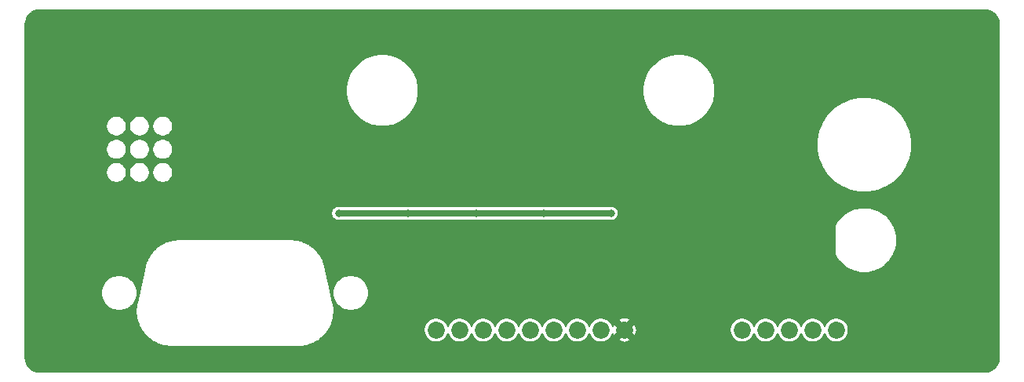
<source format=gtl>
G04 #@! TF.GenerationSoftware,KiCad,Pcbnew,5.1.5-52549c5~84~ubuntu18.04.1*
G04 #@! TF.CreationDate,2020-03-18T22:18:37-07:00*
G04 #@! TF.ProjectId,endcap,656e6463-6170-42e6-9b69-6361645f7063,2.1*
G04 #@! TF.SameCoordinates,PX2faf080PY2faf080*
G04 #@! TF.FileFunction,Copper,L1,Top*
G04 #@! TF.FilePolarity,Positive*
%FSLAX46Y46*%
G04 Gerber Fmt 4.6, Leading zero omitted, Abs format (unit mm)*
G04 Created by KiCad (PCBNEW 5.1.5-52549c5~84~ubuntu18.04.1) date 2020-03-18 22:18:37*
%MOMM*%
%LPD*%
G04 APERTURE LIST*
%ADD10C,1.850000*%
%ADD11C,4.900000*%
%ADD12C,0.800000*%
%ADD13C,0.700000*%
%ADD14C,0.200000*%
G04 APERTURE END LIST*
D10*
X44800000Y-35000000D03*
X47340000Y-35000000D03*
X49880000Y-35000000D03*
X52420000Y-35000000D03*
X54960000Y-35000000D03*
X57500000Y-35000000D03*
X60040000Y-35000000D03*
X62580000Y-35000000D03*
X65120000Y-35000000D03*
D11*
X4000000Y-4000000D03*
X102000000Y-4000000D03*
X102000000Y-36000000D03*
X4000000Y-36000000D03*
D10*
X77820000Y-35000000D03*
X80360000Y-35000000D03*
X82900000Y-35000000D03*
X85440000Y-35000000D03*
X87980000Y-35000000D03*
D12*
X42400000Y-17500000D03*
X49700000Y-19200000D03*
X57000000Y-19200000D03*
X64300000Y-19200000D03*
X71600000Y-19200000D03*
X33200000Y-13300000D03*
X23900000Y-10900000D03*
X23900000Y-20100000D03*
X82800000Y-19300000D03*
X65700000Y-11600000D03*
X58800000Y-9000000D03*
X61300000Y-9000000D03*
X73000000Y-30800000D03*
X40300000Y-35100000D03*
X49100000Y-22400000D03*
X56400000Y-22400000D03*
X63700000Y-22400000D03*
X41800000Y-22400000D03*
X34300000Y-22400000D03*
D13*
X49100000Y-22400000D02*
X41800000Y-22400000D01*
X41800000Y-22400000D02*
X34900000Y-22400000D01*
X34300000Y-22400000D02*
X34900000Y-22400000D01*
X49100000Y-22400000D02*
X56400000Y-22400000D01*
X56400000Y-22400000D02*
X63700000Y-22400000D01*
D14*
G36*
X104295764Y-506278D02*
G01*
X104580263Y-592173D01*
X104842665Y-731695D01*
X105072961Y-919521D01*
X105262394Y-1148505D01*
X105403741Y-1409921D01*
X105491620Y-1693812D01*
X105525000Y-2011398D01*
X105525001Y-37976758D01*
X105493722Y-38295765D01*
X105407826Y-38580265D01*
X105268307Y-38842661D01*
X105080479Y-39072962D01*
X104851495Y-39262394D01*
X104590079Y-39403741D01*
X104306188Y-39491620D01*
X103988602Y-39525000D01*
X2023232Y-39525000D01*
X1704235Y-39493722D01*
X1419735Y-39407826D01*
X1157339Y-39268307D01*
X927038Y-39080479D01*
X737606Y-38851495D01*
X596259Y-38590079D01*
X508380Y-38306188D01*
X475000Y-37988602D01*
X475000Y-32962602D01*
X12416934Y-32962602D01*
X12417219Y-33003420D01*
X12416934Y-33044171D01*
X12417547Y-33050425D01*
X12485888Y-33700649D01*
X12494098Y-33740646D01*
X12501732Y-33780664D01*
X12503545Y-33786669D01*
X12503547Y-33786679D01*
X12503551Y-33786688D01*
X12696883Y-34411245D01*
X12712690Y-34448848D01*
X12727967Y-34486660D01*
X12730916Y-34492208D01*
X13041882Y-35067327D01*
X13064717Y-35101182D01*
X13087022Y-35135267D01*
X13090993Y-35140137D01*
X13507744Y-35643902D01*
X13536671Y-35672628D01*
X13565221Y-35701782D01*
X13570062Y-35705787D01*
X14076725Y-36119011D01*
X14110704Y-36141587D01*
X14144349Y-36164624D01*
X14149871Y-36167609D01*
X14149875Y-36167612D01*
X14149879Y-36167614D01*
X14727151Y-36474555D01*
X14764859Y-36490098D01*
X14802347Y-36506165D01*
X14808349Y-36508023D01*
X15434251Y-36696994D01*
X15474309Y-36704926D01*
X15514154Y-36713395D01*
X15520401Y-36714052D01*
X15520403Y-36714052D01*
X16170433Y-36777788D01*
X16192895Y-36780000D01*
X30007105Y-36780000D01*
X30011413Y-36779576D01*
X30122237Y-36777448D01*
X30145263Y-36774743D01*
X30168440Y-36774177D01*
X30174671Y-36773367D01*
X30822427Y-36684636D01*
X30862182Y-36675165D01*
X30901905Y-36666286D01*
X30907850Y-36664285D01*
X30907860Y-36664283D01*
X30907869Y-36664279D01*
X31526046Y-36451425D01*
X31563149Y-36434438D01*
X31600448Y-36417987D01*
X31605900Y-36414865D01*
X32170967Y-36085988D01*
X32204076Y-36062109D01*
X32237456Y-36038736D01*
X32242198Y-36034614D01*
X32732625Y-35602245D01*
X32760454Y-35572402D01*
X32788670Y-35542979D01*
X32792522Y-35538014D01*
X33189628Y-35018621D01*
X33211137Y-34983930D01*
X33233094Y-34949598D01*
X33235907Y-34943980D01*
X33272556Y-34869499D01*
X43475000Y-34869499D01*
X43475000Y-35130501D01*
X43525919Y-35386488D01*
X43625800Y-35627623D01*
X43770805Y-35844638D01*
X43955362Y-36029195D01*
X44172377Y-36174200D01*
X44413512Y-36274081D01*
X44669499Y-36325000D01*
X44930501Y-36325000D01*
X45186488Y-36274081D01*
X45427623Y-36174200D01*
X45644638Y-36029195D01*
X45829195Y-35844638D01*
X45974200Y-35627623D01*
X46070000Y-35396340D01*
X46165800Y-35627623D01*
X46310805Y-35844638D01*
X46495362Y-36029195D01*
X46712377Y-36174200D01*
X46953512Y-36274081D01*
X47209499Y-36325000D01*
X47470501Y-36325000D01*
X47726488Y-36274081D01*
X47967623Y-36174200D01*
X48184638Y-36029195D01*
X48369195Y-35844638D01*
X48514200Y-35627623D01*
X48610000Y-35396340D01*
X48705800Y-35627623D01*
X48850805Y-35844638D01*
X49035362Y-36029195D01*
X49252377Y-36174200D01*
X49493512Y-36274081D01*
X49749499Y-36325000D01*
X50010501Y-36325000D01*
X50266488Y-36274081D01*
X50507623Y-36174200D01*
X50724638Y-36029195D01*
X50909195Y-35844638D01*
X51054200Y-35627623D01*
X51150000Y-35396340D01*
X51245800Y-35627623D01*
X51390805Y-35844638D01*
X51575362Y-36029195D01*
X51792377Y-36174200D01*
X52033512Y-36274081D01*
X52289499Y-36325000D01*
X52550501Y-36325000D01*
X52806488Y-36274081D01*
X53047623Y-36174200D01*
X53264638Y-36029195D01*
X53449195Y-35844638D01*
X53594200Y-35627623D01*
X53690000Y-35396340D01*
X53785800Y-35627623D01*
X53930805Y-35844638D01*
X54115362Y-36029195D01*
X54332377Y-36174200D01*
X54573512Y-36274081D01*
X54829499Y-36325000D01*
X55090501Y-36325000D01*
X55346488Y-36274081D01*
X55587623Y-36174200D01*
X55804638Y-36029195D01*
X55989195Y-35844638D01*
X56134200Y-35627623D01*
X56230000Y-35396340D01*
X56325800Y-35627623D01*
X56470805Y-35844638D01*
X56655362Y-36029195D01*
X56872377Y-36174200D01*
X57113512Y-36274081D01*
X57369499Y-36325000D01*
X57630501Y-36325000D01*
X57886488Y-36274081D01*
X58127623Y-36174200D01*
X58344638Y-36029195D01*
X58529195Y-35844638D01*
X58674200Y-35627623D01*
X58770000Y-35396340D01*
X58865800Y-35627623D01*
X59010805Y-35844638D01*
X59195362Y-36029195D01*
X59412377Y-36174200D01*
X59653512Y-36274081D01*
X59909499Y-36325000D01*
X60170501Y-36325000D01*
X60426488Y-36274081D01*
X60667623Y-36174200D01*
X60884638Y-36029195D01*
X61069195Y-35844638D01*
X61214200Y-35627623D01*
X61310000Y-35396340D01*
X61405800Y-35627623D01*
X61550805Y-35844638D01*
X61735362Y-36029195D01*
X61952377Y-36174200D01*
X62193512Y-36274081D01*
X62449499Y-36325000D01*
X62710501Y-36325000D01*
X62966488Y-36274081D01*
X63207623Y-36174200D01*
X63383569Y-36056636D01*
X64487628Y-36056636D01*
X64600247Y-36225770D01*
X64849370Y-36303616D01*
X65108893Y-36331365D01*
X65368842Y-36307950D01*
X65619229Y-36234271D01*
X65639753Y-36225770D01*
X65752372Y-36056636D01*
X65120000Y-35424264D01*
X64487628Y-36056636D01*
X63383569Y-36056636D01*
X63424638Y-36029195D01*
X63609195Y-35844638D01*
X63754200Y-35627623D01*
X63853188Y-35388644D01*
X63885729Y-35499229D01*
X63894230Y-35519753D01*
X64063364Y-35632372D01*
X64695736Y-35000000D01*
X65544264Y-35000000D01*
X66176636Y-35632372D01*
X66345770Y-35519753D01*
X66423616Y-35270630D01*
X66451365Y-35011107D01*
X66438610Y-34869499D01*
X76495000Y-34869499D01*
X76495000Y-35130501D01*
X76545919Y-35386488D01*
X76645800Y-35627623D01*
X76790805Y-35844638D01*
X76975362Y-36029195D01*
X77192377Y-36174200D01*
X77433512Y-36274081D01*
X77689499Y-36325000D01*
X77950501Y-36325000D01*
X78206488Y-36274081D01*
X78447623Y-36174200D01*
X78664638Y-36029195D01*
X78849195Y-35844638D01*
X78994200Y-35627623D01*
X79090000Y-35396340D01*
X79185800Y-35627623D01*
X79330805Y-35844638D01*
X79515362Y-36029195D01*
X79732377Y-36174200D01*
X79973512Y-36274081D01*
X80229499Y-36325000D01*
X80490501Y-36325000D01*
X80746488Y-36274081D01*
X80987623Y-36174200D01*
X81204638Y-36029195D01*
X81389195Y-35844638D01*
X81534200Y-35627623D01*
X81630000Y-35396340D01*
X81725800Y-35627623D01*
X81870805Y-35844638D01*
X82055362Y-36029195D01*
X82272377Y-36174200D01*
X82513512Y-36274081D01*
X82769499Y-36325000D01*
X83030501Y-36325000D01*
X83286488Y-36274081D01*
X83527623Y-36174200D01*
X83744638Y-36029195D01*
X83929195Y-35844638D01*
X84074200Y-35627623D01*
X84170000Y-35396340D01*
X84265800Y-35627623D01*
X84410805Y-35844638D01*
X84595362Y-36029195D01*
X84812377Y-36174200D01*
X85053512Y-36274081D01*
X85309499Y-36325000D01*
X85570501Y-36325000D01*
X85826488Y-36274081D01*
X86067623Y-36174200D01*
X86284638Y-36029195D01*
X86469195Y-35844638D01*
X86614200Y-35627623D01*
X86710000Y-35396340D01*
X86805800Y-35627623D01*
X86950805Y-35844638D01*
X87135362Y-36029195D01*
X87352377Y-36174200D01*
X87593512Y-36274081D01*
X87849499Y-36325000D01*
X88110501Y-36325000D01*
X88366488Y-36274081D01*
X88607623Y-36174200D01*
X88824638Y-36029195D01*
X89009195Y-35844638D01*
X89154200Y-35627623D01*
X89254081Y-35386488D01*
X89305000Y-35130501D01*
X89305000Y-34869499D01*
X89254081Y-34613512D01*
X89154200Y-34372377D01*
X89009195Y-34155362D01*
X88824638Y-33970805D01*
X88607623Y-33825800D01*
X88366488Y-33725919D01*
X88110501Y-33675000D01*
X87849499Y-33675000D01*
X87593512Y-33725919D01*
X87352377Y-33825800D01*
X87135362Y-33970805D01*
X86950805Y-34155362D01*
X86805800Y-34372377D01*
X86710000Y-34603660D01*
X86614200Y-34372377D01*
X86469195Y-34155362D01*
X86284638Y-33970805D01*
X86067623Y-33825800D01*
X85826488Y-33725919D01*
X85570501Y-33675000D01*
X85309499Y-33675000D01*
X85053512Y-33725919D01*
X84812377Y-33825800D01*
X84595362Y-33970805D01*
X84410805Y-34155362D01*
X84265800Y-34372377D01*
X84170000Y-34603660D01*
X84074200Y-34372377D01*
X83929195Y-34155362D01*
X83744638Y-33970805D01*
X83527623Y-33825800D01*
X83286488Y-33725919D01*
X83030501Y-33675000D01*
X82769499Y-33675000D01*
X82513512Y-33725919D01*
X82272377Y-33825800D01*
X82055362Y-33970805D01*
X81870805Y-34155362D01*
X81725800Y-34372377D01*
X81630000Y-34603660D01*
X81534200Y-34372377D01*
X81389195Y-34155362D01*
X81204638Y-33970805D01*
X80987623Y-33825800D01*
X80746488Y-33725919D01*
X80490501Y-33675000D01*
X80229499Y-33675000D01*
X79973512Y-33725919D01*
X79732377Y-33825800D01*
X79515362Y-33970805D01*
X79330805Y-34155362D01*
X79185800Y-34372377D01*
X79090000Y-34603660D01*
X78994200Y-34372377D01*
X78849195Y-34155362D01*
X78664638Y-33970805D01*
X78447623Y-33825800D01*
X78206488Y-33725919D01*
X77950501Y-33675000D01*
X77689499Y-33675000D01*
X77433512Y-33725919D01*
X77192377Y-33825800D01*
X76975362Y-33970805D01*
X76790805Y-34155362D01*
X76645800Y-34372377D01*
X76545919Y-34613512D01*
X76495000Y-34869499D01*
X66438610Y-34869499D01*
X66427950Y-34751158D01*
X66354271Y-34500771D01*
X66345770Y-34480247D01*
X66176636Y-34367628D01*
X65544264Y-35000000D01*
X64695736Y-35000000D01*
X64063364Y-34367628D01*
X63894230Y-34480247D01*
X63853230Y-34611457D01*
X63754200Y-34372377D01*
X63609195Y-34155362D01*
X63424638Y-33970805D01*
X63383570Y-33943364D01*
X64487628Y-33943364D01*
X65120000Y-34575736D01*
X65752372Y-33943364D01*
X65639753Y-33774230D01*
X65390630Y-33696384D01*
X65131107Y-33668635D01*
X64871158Y-33692050D01*
X64620771Y-33765729D01*
X64600247Y-33774230D01*
X64487628Y-33943364D01*
X63383570Y-33943364D01*
X63207623Y-33825800D01*
X62966488Y-33725919D01*
X62710501Y-33675000D01*
X62449499Y-33675000D01*
X62193512Y-33725919D01*
X61952377Y-33825800D01*
X61735362Y-33970805D01*
X61550805Y-34155362D01*
X61405800Y-34372377D01*
X61310000Y-34603660D01*
X61214200Y-34372377D01*
X61069195Y-34155362D01*
X60884638Y-33970805D01*
X60667623Y-33825800D01*
X60426488Y-33725919D01*
X60170501Y-33675000D01*
X59909499Y-33675000D01*
X59653512Y-33725919D01*
X59412377Y-33825800D01*
X59195362Y-33970805D01*
X59010805Y-34155362D01*
X58865800Y-34372377D01*
X58770000Y-34603660D01*
X58674200Y-34372377D01*
X58529195Y-34155362D01*
X58344638Y-33970805D01*
X58127623Y-33825800D01*
X57886488Y-33725919D01*
X57630501Y-33675000D01*
X57369499Y-33675000D01*
X57113512Y-33725919D01*
X56872377Y-33825800D01*
X56655362Y-33970805D01*
X56470805Y-34155362D01*
X56325800Y-34372377D01*
X56230000Y-34603660D01*
X56134200Y-34372377D01*
X55989195Y-34155362D01*
X55804638Y-33970805D01*
X55587623Y-33825800D01*
X55346488Y-33725919D01*
X55090501Y-33675000D01*
X54829499Y-33675000D01*
X54573512Y-33725919D01*
X54332377Y-33825800D01*
X54115362Y-33970805D01*
X53930805Y-34155362D01*
X53785800Y-34372377D01*
X53690000Y-34603660D01*
X53594200Y-34372377D01*
X53449195Y-34155362D01*
X53264638Y-33970805D01*
X53047623Y-33825800D01*
X52806488Y-33725919D01*
X52550501Y-33675000D01*
X52289499Y-33675000D01*
X52033512Y-33725919D01*
X51792377Y-33825800D01*
X51575362Y-33970805D01*
X51390805Y-34155362D01*
X51245800Y-34372377D01*
X51150000Y-34603660D01*
X51054200Y-34372377D01*
X50909195Y-34155362D01*
X50724638Y-33970805D01*
X50507623Y-33825800D01*
X50266488Y-33725919D01*
X50010501Y-33675000D01*
X49749499Y-33675000D01*
X49493512Y-33725919D01*
X49252377Y-33825800D01*
X49035362Y-33970805D01*
X48850805Y-34155362D01*
X48705800Y-34372377D01*
X48610000Y-34603660D01*
X48514200Y-34372377D01*
X48369195Y-34155362D01*
X48184638Y-33970805D01*
X47967623Y-33825800D01*
X47726488Y-33725919D01*
X47470501Y-33675000D01*
X47209499Y-33675000D01*
X46953512Y-33725919D01*
X46712377Y-33825800D01*
X46495362Y-33970805D01*
X46310805Y-34155362D01*
X46165800Y-34372377D01*
X46070000Y-34603660D01*
X45974200Y-34372377D01*
X45829195Y-34155362D01*
X45644638Y-33970805D01*
X45427623Y-33825800D01*
X45186488Y-33725919D01*
X44930501Y-33675000D01*
X44669499Y-33675000D01*
X44413512Y-33725919D01*
X44172377Y-33825800D01*
X43955362Y-33970805D01*
X43770805Y-34155362D01*
X43625800Y-34372377D01*
X43525919Y-34613512D01*
X43475000Y-34869499D01*
X33272556Y-34869499D01*
X33524566Y-34357348D01*
X33538914Y-34319176D01*
X33553798Y-34281196D01*
X33555467Y-34275138D01*
X33724684Y-33643610D01*
X33731353Y-33603327D01*
X33738567Y-33563231D01*
X33739028Y-33556965D01*
X33782358Y-32904597D01*
X33781076Y-32863814D01*
X33780365Y-32823052D01*
X33779599Y-32816816D01*
X33695392Y-32168456D01*
X33675636Y-32082883D01*
X33664052Y-32057106D01*
X33391142Y-30810404D01*
X33675000Y-30810404D01*
X33675000Y-31189596D01*
X33748977Y-31561502D01*
X33894087Y-31911829D01*
X34104755Y-32227116D01*
X34372884Y-32495245D01*
X34688171Y-32705913D01*
X35038498Y-32851023D01*
X35410404Y-32925000D01*
X35789596Y-32925000D01*
X36161502Y-32851023D01*
X36511829Y-32705913D01*
X36827116Y-32495245D01*
X37095245Y-32227116D01*
X37305913Y-31911829D01*
X37451023Y-31561502D01*
X37525000Y-31189596D01*
X37525000Y-30810404D01*
X37451023Y-30438498D01*
X37305913Y-30088171D01*
X37095245Y-29772884D01*
X36827116Y-29504755D01*
X36511829Y-29294087D01*
X36161502Y-29148977D01*
X35789596Y-29075000D01*
X35410404Y-29075000D01*
X35038498Y-29148977D01*
X34688171Y-29294087D01*
X34372884Y-29504755D01*
X34104755Y-29772884D01*
X33894087Y-30088171D01*
X33748977Y-30438498D01*
X33675000Y-30810404D01*
X33391142Y-30810404D01*
X32804863Y-28132178D01*
X32784366Y-28068990D01*
X32783985Y-28068309D01*
X32618857Y-27565177D01*
X32603519Y-27530350D01*
X32589101Y-27495143D01*
X32586126Y-27489609D01*
X32272026Y-26915178D01*
X32249047Y-26881454D01*
X32226567Y-26847451D01*
X32222573Y-26842600D01*
X32176584Y-26787539D01*
X87843644Y-26787539D01*
X87852028Y-26874963D01*
X87877234Y-26959093D01*
X87879058Y-26962542D01*
X87882243Y-26973040D01*
X87924029Y-27051215D01*
X87948187Y-27080652D01*
X88253288Y-27528282D01*
X88279118Y-27559198D01*
X88304416Y-27590500D01*
X88308855Y-27594947D01*
X88737665Y-28018618D01*
X88769353Y-28044329D01*
X88800647Y-28070453D01*
X88805865Y-28073954D01*
X89308800Y-28406266D01*
X89344894Y-28425340D01*
X89380650Y-28444879D01*
X89386449Y-28447300D01*
X89944352Y-28675596D01*
X89983443Y-28687290D01*
X90022335Y-28699519D01*
X90028490Y-28700766D01*
X90028492Y-28700767D01*
X90028494Y-28700767D01*
X90620114Y-28816352D01*
X90660767Y-28820234D01*
X90701258Y-28824672D01*
X90707540Y-28824701D01*
X90707541Y-28824701D01*
X91310345Y-28823171D01*
X91350997Y-28819081D01*
X91391560Y-28815571D01*
X91397728Y-28814379D01*
X91988755Y-28695793D01*
X92027802Y-28683896D01*
X92066947Y-28672564D01*
X92072760Y-28670198D01*
X92072766Y-28670196D01*
X92072771Y-28670193D01*
X92629504Y-28439070D01*
X92665493Y-28419817D01*
X92701695Y-28401096D01*
X92706940Y-28397644D01*
X92706943Y-28397643D01*
X92706945Y-28397641D01*
X93208185Y-28062782D01*
X93239744Y-28036909D01*
X93271626Y-28011508D01*
X93276104Y-28007101D01*
X93702758Y-27581259D01*
X93728710Y-27549725D01*
X93755030Y-27518641D01*
X93758563Y-27513453D01*
X93758567Y-27513448D01*
X93758570Y-27513443D01*
X94094383Y-27012844D01*
X94113707Y-26976888D01*
X94133498Y-26941265D01*
X94135959Y-26935484D01*
X94368144Y-26379188D01*
X94380108Y-26340191D01*
X94392611Y-26301374D01*
X94393902Y-26295225D01*
X94513614Y-25704425D01*
X94517776Y-25663839D01*
X94522501Y-25623342D01*
X94522573Y-25617059D01*
X94525252Y-25014259D01*
X94521449Y-24973618D01*
X94518220Y-24932993D01*
X94517070Y-24926816D01*
X94402613Y-24334976D01*
X94390982Y-24295825D01*
X94379930Y-24256624D01*
X94377603Y-24250788D01*
X94150370Y-23692450D01*
X94131369Y-23656328D01*
X94112900Y-23619995D01*
X94109483Y-23614722D01*
X93778129Y-23111155D01*
X93752496Y-23079439D01*
X93727301Y-23047359D01*
X93722925Y-23042850D01*
X93300072Y-22613234D01*
X93268744Y-22587082D01*
X93237820Y-22560525D01*
X93232657Y-22556956D01*
X93232652Y-22556952D01*
X93232647Y-22556949D01*
X92734405Y-22217650D01*
X92698596Y-22198082D01*
X92663101Y-22178037D01*
X92657337Y-22175536D01*
X92102676Y-21939472D01*
X92063776Y-21927241D01*
X92025035Y-21914462D01*
X92018898Y-21913130D01*
X92018896Y-21913129D01*
X92018894Y-21913129D01*
X91428945Y-21789295D01*
X91388401Y-21784851D01*
X91347924Y-21779842D01*
X91341644Y-21779726D01*
X91341642Y-21779726D01*
X90738875Y-21772840D01*
X90698165Y-21776363D01*
X90657563Y-21779305D01*
X90651378Y-21780411D01*
X90058754Y-21890733D01*
X90019563Y-21902079D01*
X89980245Y-21912868D01*
X89974393Y-21915155D01*
X89414483Y-22138484D01*
X89378205Y-22157245D01*
X89341769Y-22175447D01*
X89336476Y-22178824D01*
X89336473Y-22178826D01*
X89336472Y-22178827D01*
X88830604Y-22506657D01*
X88798685Y-22532088D01*
X88766454Y-22557039D01*
X88761915Y-22561383D01*
X88329356Y-22981227D01*
X88302984Y-23012374D01*
X88276214Y-23043110D01*
X88272605Y-23048253D01*
X87940379Y-23528863D01*
X87924030Y-23548784D01*
X87882244Y-23626959D01*
X87856512Y-23711785D01*
X87850001Y-23777895D01*
X87850000Y-26724104D01*
X87843644Y-26787539D01*
X32176584Y-26787539D01*
X31802882Y-26340119D01*
X31773780Y-26311490D01*
X31745134Y-26282512D01*
X31740274Y-26278529D01*
X31230977Y-25867135D01*
X31196878Y-25844711D01*
X31163138Y-25821841D01*
X31157602Y-25818882D01*
X31157598Y-25818879D01*
X31157594Y-25818877D01*
X30578093Y-25514244D01*
X30540292Y-25498871D01*
X30502749Y-25482989D01*
X30496742Y-25481160D01*
X30496736Y-25481158D01*
X29869100Y-25294885D01*
X29829017Y-25287145D01*
X29789120Y-25278860D01*
X29782869Y-25278233D01*
X29131003Y-25217415D01*
X29043180Y-25217828D01*
X29032475Y-25220000D01*
X17172052Y-25220000D01*
X17168522Y-25219187D01*
X17080740Y-25216474D01*
X17074474Y-25216938D01*
X16503270Y-25263199D01*
X16465805Y-25269960D01*
X16428217Y-25275732D01*
X16422141Y-25277329D01*
X15790138Y-25448213D01*
X15751951Y-25462666D01*
X15713651Y-25476553D01*
X15708000Y-25479300D01*
X15121226Y-25769686D01*
X15086596Y-25791267D01*
X15051699Y-25812343D01*
X15046689Y-25816135D01*
X14527494Y-26214962D01*
X14497721Y-26242853D01*
X14467577Y-26270310D01*
X14463399Y-26275004D01*
X14031556Y-26767082D01*
X14007757Y-26800238D01*
X13983530Y-26833015D01*
X13980347Y-26838424D01*
X13980344Y-26838429D01*
X13980344Y-26838430D01*
X13652305Y-27405014D01*
X13635402Y-27442156D01*
X13618001Y-27479019D01*
X13615927Y-27484950D01*
X13417370Y-28065885D01*
X13415633Y-28068990D01*
X13395136Y-28132178D01*
X12537523Y-32049916D01*
X12511869Y-32127485D01*
X12510530Y-32133624D01*
X12484008Y-32259483D01*
X12481464Y-32282531D01*
X12476803Y-32305235D01*
X12476190Y-32311488D01*
X12416934Y-32962602D01*
X475000Y-32962602D01*
X475000Y-30810404D01*
X8675000Y-30810404D01*
X8675000Y-31189596D01*
X8748977Y-31561502D01*
X8894087Y-31911829D01*
X9104755Y-32227116D01*
X9372884Y-32495245D01*
X9688171Y-32705913D01*
X10038498Y-32851023D01*
X10410404Y-32925000D01*
X10789596Y-32925000D01*
X11161502Y-32851023D01*
X11511829Y-32705913D01*
X11827116Y-32495245D01*
X12095245Y-32227116D01*
X12305913Y-31911829D01*
X12451023Y-31561502D01*
X12525000Y-31189596D01*
X12525000Y-30810404D01*
X12451023Y-30438498D01*
X12305913Y-30088171D01*
X12095245Y-29772884D01*
X11827116Y-29504755D01*
X11511829Y-29294087D01*
X11161502Y-29148977D01*
X10789596Y-29075000D01*
X10410404Y-29075000D01*
X10038498Y-29148977D01*
X9688171Y-29294087D01*
X9372884Y-29504755D01*
X9104755Y-29772884D01*
X8894087Y-30088171D01*
X8748977Y-30438498D01*
X8675000Y-30810404D01*
X475000Y-30810404D01*
X475000Y-22321207D01*
X33500000Y-22321207D01*
X33500000Y-22478793D01*
X33530743Y-22633351D01*
X33591049Y-22778942D01*
X33678599Y-22909970D01*
X33790030Y-23021401D01*
X33921058Y-23108951D01*
X34066649Y-23169257D01*
X34221207Y-23200000D01*
X34378793Y-23200000D01*
X34533351Y-23169257D01*
X34579841Y-23150000D01*
X41520159Y-23150000D01*
X41566649Y-23169257D01*
X41721207Y-23200000D01*
X41878793Y-23200000D01*
X42033351Y-23169257D01*
X42079841Y-23150000D01*
X48820159Y-23150000D01*
X48866649Y-23169257D01*
X49021207Y-23200000D01*
X49178793Y-23200000D01*
X49333351Y-23169257D01*
X49379841Y-23150000D01*
X56120159Y-23150000D01*
X56166649Y-23169257D01*
X56321207Y-23200000D01*
X56478793Y-23200000D01*
X56633351Y-23169257D01*
X56679841Y-23150000D01*
X63420159Y-23150000D01*
X63466649Y-23169257D01*
X63621207Y-23200000D01*
X63778793Y-23200000D01*
X63933351Y-23169257D01*
X64078942Y-23108951D01*
X64209970Y-23021401D01*
X64321401Y-22909970D01*
X64408951Y-22778942D01*
X64469257Y-22633351D01*
X64500000Y-22478793D01*
X64500000Y-22321207D01*
X64469257Y-22166649D01*
X64408951Y-22021058D01*
X64321401Y-21890030D01*
X64209970Y-21778599D01*
X64078942Y-21691049D01*
X63933351Y-21630743D01*
X63778793Y-21600000D01*
X63621207Y-21600000D01*
X63466649Y-21630743D01*
X63420159Y-21650000D01*
X56679841Y-21650000D01*
X56633351Y-21630743D01*
X56478793Y-21600000D01*
X56321207Y-21600000D01*
X56166649Y-21630743D01*
X56120159Y-21650000D01*
X49379841Y-21650000D01*
X49333351Y-21630743D01*
X49178793Y-21600000D01*
X49021207Y-21600000D01*
X48866649Y-21630743D01*
X48820159Y-21650000D01*
X42079841Y-21650000D01*
X42033351Y-21630743D01*
X41878793Y-21600000D01*
X41721207Y-21600000D01*
X41566649Y-21630743D01*
X41520159Y-21650000D01*
X34579841Y-21650000D01*
X34533351Y-21630743D01*
X34378793Y-21600000D01*
X34221207Y-21600000D01*
X34066649Y-21630743D01*
X33921058Y-21691049D01*
X33790030Y-21778599D01*
X33678599Y-21890030D01*
X33591049Y-22021058D01*
X33530743Y-22166649D01*
X33500000Y-22321207D01*
X475000Y-22321207D01*
X475000Y-17891659D01*
X9200000Y-17891659D01*
X9200000Y-18108341D01*
X9242273Y-18320858D01*
X9325193Y-18521045D01*
X9445575Y-18701209D01*
X9598791Y-18854425D01*
X9778955Y-18974807D01*
X9979142Y-19057727D01*
X10191659Y-19100000D01*
X10408341Y-19100000D01*
X10620858Y-19057727D01*
X10821045Y-18974807D01*
X11001209Y-18854425D01*
X11154425Y-18701209D01*
X11274807Y-18521045D01*
X11357727Y-18320858D01*
X11400000Y-18108341D01*
X11400000Y-17891659D01*
X11700000Y-17891659D01*
X11700000Y-18108341D01*
X11742273Y-18320858D01*
X11825193Y-18521045D01*
X11945575Y-18701209D01*
X12098791Y-18854425D01*
X12278955Y-18974807D01*
X12479142Y-19057727D01*
X12691659Y-19100000D01*
X12908341Y-19100000D01*
X13120858Y-19057727D01*
X13321045Y-18974807D01*
X13501209Y-18854425D01*
X13654425Y-18701209D01*
X13774807Y-18521045D01*
X13857727Y-18320858D01*
X13900000Y-18108341D01*
X13900000Y-17891659D01*
X14200000Y-17891659D01*
X14200000Y-18108341D01*
X14242273Y-18320858D01*
X14325193Y-18521045D01*
X14445575Y-18701209D01*
X14598791Y-18854425D01*
X14778955Y-18974807D01*
X14979142Y-19057727D01*
X15191659Y-19100000D01*
X15408341Y-19100000D01*
X15620858Y-19057727D01*
X15821045Y-18974807D01*
X16001209Y-18854425D01*
X16154425Y-18701209D01*
X16274807Y-18521045D01*
X16357727Y-18320858D01*
X16400000Y-18108341D01*
X16400000Y-17891659D01*
X16357727Y-17679142D01*
X16274807Y-17478955D01*
X16154425Y-17298791D01*
X16001209Y-17145575D01*
X15821045Y-17025193D01*
X15620858Y-16942273D01*
X15408341Y-16900000D01*
X15191659Y-16900000D01*
X14979142Y-16942273D01*
X14778955Y-17025193D01*
X14598791Y-17145575D01*
X14445575Y-17298791D01*
X14325193Y-17478955D01*
X14242273Y-17679142D01*
X14200000Y-17891659D01*
X13900000Y-17891659D01*
X13857727Y-17679142D01*
X13774807Y-17478955D01*
X13654425Y-17298791D01*
X13501209Y-17145575D01*
X13321045Y-17025193D01*
X13120858Y-16942273D01*
X12908341Y-16900000D01*
X12691659Y-16900000D01*
X12479142Y-16942273D01*
X12278955Y-17025193D01*
X12098791Y-17145575D01*
X11945575Y-17298791D01*
X11825193Y-17478955D01*
X11742273Y-17679142D01*
X11700000Y-17891659D01*
X11400000Y-17891659D01*
X11357727Y-17679142D01*
X11274807Y-17478955D01*
X11154425Y-17298791D01*
X11001209Y-17145575D01*
X10821045Y-17025193D01*
X10620858Y-16942273D01*
X10408341Y-16900000D01*
X10191659Y-16900000D01*
X9979142Y-16942273D01*
X9778955Y-17025193D01*
X9598791Y-17145575D01*
X9445575Y-17298791D01*
X9325193Y-17478955D01*
X9242273Y-17679142D01*
X9200000Y-17891659D01*
X475000Y-17891659D01*
X475000Y-15391659D01*
X9200000Y-15391659D01*
X9200000Y-15608341D01*
X9242273Y-15820858D01*
X9325193Y-16021045D01*
X9445575Y-16201209D01*
X9598791Y-16354425D01*
X9778955Y-16474807D01*
X9979142Y-16557727D01*
X10191659Y-16600000D01*
X10408341Y-16600000D01*
X10620858Y-16557727D01*
X10821045Y-16474807D01*
X11001209Y-16354425D01*
X11154425Y-16201209D01*
X11274807Y-16021045D01*
X11357727Y-15820858D01*
X11400000Y-15608341D01*
X11400000Y-15391659D01*
X11700000Y-15391659D01*
X11700000Y-15608341D01*
X11742273Y-15820858D01*
X11825193Y-16021045D01*
X11945575Y-16201209D01*
X12098791Y-16354425D01*
X12278955Y-16474807D01*
X12479142Y-16557727D01*
X12691659Y-16600000D01*
X12908341Y-16600000D01*
X13120858Y-16557727D01*
X13321045Y-16474807D01*
X13501209Y-16354425D01*
X13654425Y-16201209D01*
X13774807Y-16021045D01*
X13857727Y-15820858D01*
X13900000Y-15608341D01*
X13900000Y-15391659D01*
X14200000Y-15391659D01*
X14200000Y-15608341D01*
X14242273Y-15820858D01*
X14325193Y-16021045D01*
X14445575Y-16201209D01*
X14598791Y-16354425D01*
X14778955Y-16474807D01*
X14979142Y-16557727D01*
X15191659Y-16600000D01*
X15408341Y-16600000D01*
X15620858Y-16557727D01*
X15821045Y-16474807D01*
X16001209Y-16354425D01*
X16154425Y-16201209D01*
X16274807Y-16021045D01*
X16357727Y-15820858D01*
X16400000Y-15608341D01*
X16400000Y-15391659D01*
X16357727Y-15179142D01*
X16274807Y-14978955D01*
X16154425Y-14798791D01*
X16001209Y-14645575D01*
X15821045Y-14525193D01*
X15742767Y-14492769D01*
X85850000Y-14492769D01*
X85850000Y-15507231D01*
X86047911Y-16502200D01*
X86436129Y-17439440D01*
X86999734Y-18282934D01*
X87717066Y-19000266D01*
X88560560Y-19563871D01*
X89497800Y-19952089D01*
X90492769Y-20150000D01*
X91507231Y-20150000D01*
X92502200Y-19952089D01*
X93439440Y-19563871D01*
X94282934Y-19000266D01*
X95000266Y-18282934D01*
X95563871Y-17439440D01*
X95952089Y-16502200D01*
X96150000Y-15507231D01*
X96150000Y-14492769D01*
X95952089Y-13497800D01*
X95563871Y-12560560D01*
X95000266Y-11717066D01*
X94282934Y-10999734D01*
X93439440Y-10436129D01*
X92502200Y-10047911D01*
X91507231Y-9850000D01*
X90492769Y-9850000D01*
X89497800Y-10047911D01*
X88560560Y-10436129D01*
X87717066Y-10999734D01*
X86999734Y-11717066D01*
X86436129Y-12560560D01*
X86047911Y-13497800D01*
X85850000Y-14492769D01*
X15742767Y-14492769D01*
X15620858Y-14442273D01*
X15408341Y-14400000D01*
X15191659Y-14400000D01*
X14979142Y-14442273D01*
X14778955Y-14525193D01*
X14598791Y-14645575D01*
X14445575Y-14798791D01*
X14325193Y-14978955D01*
X14242273Y-15179142D01*
X14200000Y-15391659D01*
X13900000Y-15391659D01*
X13857727Y-15179142D01*
X13774807Y-14978955D01*
X13654425Y-14798791D01*
X13501209Y-14645575D01*
X13321045Y-14525193D01*
X13120858Y-14442273D01*
X12908341Y-14400000D01*
X12691659Y-14400000D01*
X12479142Y-14442273D01*
X12278955Y-14525193D01*
X12098791Y-14645575D01*
X11945575Y-14798791D01*
X11825193Y-14978955D01*
X11742273Y-15179142D01*
X11700000Y-15391659D01*
X11400000Y-15391659D01*
X11357727Y-15179142D01*
X11274807Y-14978955D01*
X11154425Y-14798791D01*
X11001209Y-14645575D01*
X10821045Y-14525193D01*
X10620858Y-14442273D01*
X10408341Y-14400000D01*
X10191659Y-14400000D01*
X9979142Y-14442273D01*
X9778955Y-14525193D01*
X9598791Y-14645575D01*
X9445575Y-14798791D01*
X9325193Y-14978955D01*
X9242273Y-15179142D01*
X9200000Y-15391659D01*
X475000Y-15391659D01*
X475000Y-12891659D01*
X9200000Y-12891659D01*
X9200000Y-13108341D01*
X9242273Y-13320858D01*
X9325193Y-13521045D01*
X9445575Y-13701209D01*
X9598791Y-13854425D01*
X9778955Y-13974807D01*
X9979142Y-14057727D01*
X10191659Y-14100000D01*
X10408341Y-14100000D01*
X10620858Y-14057727D01*
X10821045Y-13974807D01*
X11001209Y-13854425D01*
X11154425Y-13701209D01*
X11274807Y-13521045D01*
X11357727Y-13320858D01*
X11400000Y-13108341D01*
X11400000Y-12891659D01*
X11700000Y-12891659D01*
X11700000Y-13108341D01*
X11742273Y-13320858D01*
X11825193Y-13521045D01*
X11945575Y-13701209D01*
X12098791Y-13854425D01*
X12278955Y-13974807D01*
X12479142Y-14057727D01*
X12691659Y-14100000D01*
X12908341Y-14100000D01*
X13120858Y-14057727D01*
X13321045Y-13974807D01*
X13501209Y-13854425D01*
X13654425Y-13701209D01*
X13774807Y-13521045D01*
X13857727Y-13320858D01*
X13900000Y-13108341D01*
X13900000Y-12891659D01*
X14200000Y-12891659D01*
X14200000Y-13108341D01*
X14242273Y-13320858D01*
X14325193Y-13521045D01*
X14445575Y-13701209D01*
X14598791Y-13854425D01*
X14778955Y-13974807D01*
X14979142Y-14057727D01*
X15191659Y-14100000D01*
X15408341Y-14100000D01*
X15620858Y-14057727D01*
X15821045Y-13974807D01*
X16001209Y-13854425D01*
X16154425Y-13701209D01*
X16274807Y-13521045D01*
X16357727Y-13320858D01*
X16400000Y-13108341D01*
X16400000Y-12891659D01*
X16357727Y-12679142D01*
X16274807Y-12478955D01*
X16154425Y-12298791D01*
X16001209Y-12145575D01*
X15821045Y-12025193D01*
X15620858Y-11942273D01*
X15408341Y-11900000D01*
X15191659Y-11900000D01*
X14979142Y-11942273D01*
X14778955Y-12025193D01*
X14598791Y-12145575D01*
X14445575Y-12298791D01*
X14325193Y-12478955D01*
X14242273Y-12679142D01*
X14200000Y-12891659D01*
X13900000Y-12891659D01*
X13857727Y-12679142D01*
X13774807Y-12478955D01*
X13654425Y-12298791D01*
X13501209Y-12145575D01*
X13321045Y-12025193D01*
X13120858Y-11942273D01*
X12908341Y-11900000D01*
X12691659Y-11900000D01*
X12479142Y-11942273D01*
X12278955Y-12025193D01*
X12098791Y-12145575D01*
X11945575Y-12298791D01*
X11825193Y-12478955D01*
X11742273Y-12679142D01*
X11700000Y-12891659D01*
X11400000Y-12891659D01*
X11357727Y-12679142D01*
X11274807Y-12478955D01*
X11154425Y-12298791D01*
X11001209Y-12145575D01*
X10821045Y-12025193D01*
X10620858Y-11942273D01*
X10408341Y-11900000D01*
X10191659Y-11900000D01*
X9979142Y-11942273D01*
X9778955Y-12025193D01*
X9598791Y-12145575D01*
X9445575Y-12298791D01*
X9325193Y-12478955D01*
X9242273Y-12679142D01*
X9200000Y-12891659D01*
X475000Y-12891659D01*
X475000Y-8750884D01*
X35100000Y-8750884D01*
X35100000Y-9519116D01*
X35249875Y-10272588D01*
X35543865Y-10982343D01*
X35970673Y-11621105D01*
X36513895Y-12164327D01*
X37152657Y-12591135D01*
X37862412Y-12885125D01*
X38615884Y-13035000D01*
X39384116Y-13035000D01*
X40137588Y-12885125D01*
X40847343Y-12591135D01*
X41486105Y-12164327D01*
X42029327Y-11621105D01*
X42456135Y-10982343D01*
X42750125Y-10272588D01*
X42900000Y-9519116D01*
X42900000Y-8750884D01*
X67100000Y-8750884D01*
X67100000Y-9519116D01*
X67249875Y-10272588D01*
X67543865Y-10982343D01*
X67970673Y-11621105D01*
X68513895Y-12164327D01*
X69152657Y-12591135D01*
X69862412Y-12885125D01*
X70615884Y-13035000D01*
X71384116Y-13035000D01*
X72137588Y-12885125D01*
X72847343Y-12591135D01*
X73486105Y-12164327D01*
X74029327Y-11621105D01*
X74456135Y-10982343D01*
X74750125Y-10272588D01*
X74900000Y-9519116D01*
X74900000Y-8750884D01*
X74750125Y-7997412D01*
X74456135Y-7287657D01*
X74029327Y-6648895D01*
X73486105Y-6105673D01*
X72847343Y-5678865D01*
X72137588Y-5384875D01*
X71384116Y-5235000D01*
X70615884Y-5235000D01*
X69862412Y-5384875D01*
X69152657Y-5678865D01*
X68513895Y-6105673D01*
X67970673Y-6648895D01*
X67543865Y-7287657D01*
X67249875Y-7997412D01*
X67100000Y-8750884D01*
X42900000Y-8750884D01*
X42750125Y-7997412D01*
X42456135Y-7287657D01*
X42029327Y-6648895D01*
X41486105Y-6105673D01*
X40847343Y-5678865D01*
X40137588Y-5384875D01*
X39384116Y-5235000D01*
X38615884Y-5235000D01*
X37862412Y-5384875D01*
X37152657Y-5678865D01*
X36513895Y-6105673D01*
X35970673Y-6648895D01*
X35543865Y-7287657D01*
X35249875Y-7997412D01*
X35100000Y-8750884D01*
X475000Y-8750884D01*
X475000Y-2023232D01*
X506278Y-1704236D01*
X592173Y-1419737D01*
X731695Y-1157335D01*
X919521Y-927039D01*
X1148505Y-737606D01*
X1409921Y-596259D01*
X1693812Y-508380D01*
X2011398Y-475000D01*
X103976768Y-475000D01*
X104295764Y-506278D01*
G37*
X104295764Y-506278D02*
X104580263Y-592173D01*
X104842665Y-731695D01*
X105072961Y-919521D01*
X105262394Y-1148505D01*
X105403741Y-1409921D01*
X105491620Y-1693812D01*
X105525000Y-2011398D01*
X105525001Y-37976758D01*
X105493722Y-38295765D01*
X105407826Y-38580265D01*
X105268307Y-38842661D01*
X105080479Y-39072962D01*
X104851495Y-39262394D01*
X104590079Y-39403741D01*
X104306188Y-39491620D01*
X103988602Y-39525000D01*
X2023232Y-39525000D01*
X1704235Y-39493722D01*
X1419735Y-39407826D01*
X1157339Y-39268307D01*
X927038Y-39080479D01*
X737606Y-38851495D01*
X596259Y-38590079D01*
X508380Y-38306188D01*
X475000Y-37988602D01*
X475000Y-32962602D01*
X12416934Y-32962602D01*
X12417219Y-33003420D01*
X12416934Y-33044171D01*
X12417547Y-33050425D01*
X12485888Y-33700649D01*
X12494098Y-33740646D01*
X12501732Y-33780664D01*
X12503545Y-33786669D01*
X12503547Y-33786679D01*
X12503551Y-33786688D01*
X12696883Y-34411245D01*
X12712690Y-34448848D01*
X12727967Y-34486660D01*
X12730916Y-34492208D01*
X13041882Y-35067327D01*
X13064717Y-35101182D01*
X13087022Y-35135267D01*
X13090993Y-35140137D01*
X13507744Y-35643902D01*
X13536671Y-35672628D01*
X13565221Y-35701782D01*
X13570062Y-35705787D01*
X14076725Y-36119011D01*
X14110704Y-36141587D01*
X14144349Y-36164624D01*
X14149871Y-36167609D01*
X14149875Y-36167612D01*
X14149879Y-36167614D01*
X14727151Y-36474555D01*
X14764859Y-36490098D01*
X14802347Y-36506165D01*
X14808349Y-36508023D01*
X15434251Y-36696994D01*
X15474309Y-36704926D01*
X15514154Y-36713395D01*
X15520401Y-36714052D01*
X15520403Y-36714052D01*
X16170433Y-36777788D01*
X16192895Y-36780000D01*
X30007105Y-36780000D01*
X30011413Y-36779576D01*
X30122237Y-36777448D01*
X30145263Y-36774743D01*
X30168440Y-36774177D01*
X30174671Y-36773367D01*
X30822427Y-36684636D01*
X30862182Y-36675165D01*
X30901905Y-36666286D01*
X30907850Y-36664285D01*
X30907860Y-36664283D01*
X30907869Y-36664279D01*
X31526046Y-36451425D01*
X31563149Y-36434438D01*
X31600448Y-36417987D01*
X31605900Y-36414865D01*
X32170967Y-36085988D01*
X32204076Y-36062109D01*
X32237456Y-36038736D01*
X32242198Y-36034614D01*
X32732625Y-35602245D01*
X32760454Y-35572402D01*
X32788670Y-35542979D01*
X32792522Y-35538014D01*
X33189628Y-35018621D01*
X33211137Y-34983930D01*
X33233094Y-34949598D01*
X33235907Y-34943980D01*
X33272556Y-34869499D01*
X43475000Y-34869499D01*
X43475000Y-35130501D01*
X43525919Y-35386488D01*
X43625800Y-35627623D01*
X43770805Y-35844638D01*
X43955362Y-36029195D01*
X44172377Y-36174200D01*
X44413512Y-36274081D01*
X44669499Y-36325000D01*
X44930501Y-36325000D01*
X45186488Y-36274081D01*
X45427623Y-36174200D01*
X45644638Y-36029195D01*
X45829195Y-35844638D01*
X45974200Y-35627623D01*
X46070000Y-35396340D01*
X46165800Y-35627623D01*
X46310805Y-35844638D01*
X46495362Y-36029195D01*
X46712377Y-36174200D01*
X46953512Y-36274081D01*
X47209499Y-36325000D01*
X47470501Y-36325000D01*
X47726488Y-36274081D01*
X47967623Y-36174200D01*
X48184638Y-36029195D01*
X48369195Y-35844638D01*
X48514200Y-35627623D01*
X48610000Y-35396340D01*
X48705800Y-35627623D01*
X48850805Y-35844638D01*
X49035362Y-36029195D01*
X49252377Y-36174200D01*
X49493512Y-36274081D01*
X49749499Y-36325000D01*
X50010501Y-36325000D01*
X50266488Y-36274081D01*
X50507623Y-36174200D01*
X50724638Y-36029195D01*
X50909195Y-35844638D01*
X51054200Y-35627623D01*
X51150000Y-35396340D01*
X51245800Y-35627623D01*
X51390805Y-35844638D01*
X51575362Y-36029195D01*
X51792377Y-36174200D01*
X52033512Y-36274081D01*
X52289499Y-36325000D01*
X52550501Y-36325000D01*
X52806488Y-36274081D01*
X53047623Y-36174200D01*
X53264638Y-36029195D01*
X53449195Y-35844638D01*
X53594200Y-35627623D01*
X53690000Y-35396340D01*
X53785800Y-35627623D01*
X53930805Y-35844638D01*
X54115362Y-36029195D01*
X54332377Y-36174200D01*
X54573512Y-36274081D01*
X54829499Y-36325000D01*
X55090501Y-36325000D01*
X55346488Y-36274081D01*
X55587623Y-36174200D01*
X55804638Y-36029195D01*
X55989195Y-35844638D01*
X56134200Y-35627623D01*
X56230000Y-35396340D01*
X56325800Y-35627623D01*
X56470805Y-35844638D01*
X56655362Y-36029195D01*
X56872377Y-36174200D01*
X57113512Y-36274081D01*
X57369499Y-36325000D01*
X57630501Y-36325000D01*
X57886488Y-36274081D01*
X58127623Y-36174200D01*
X58344638Y-36029195D01*
X58529195Y-35844638D01*
X58674200Y-35627623D01*
X58770000Y-35396340D01*
X58865800Y-35627623D01*
X59010805Y-35844638D01*
X59195362Y-36029195D01*
X59412377Y-36174200D01*
X59653512Y-36274081D01*
X59909499Y-36325000D01*
X60170501Y-36325000D01*
X60426488Y-36274081D01*
X60667623Y-36174200D01*
X60884638Y-36029195D01*
X61069195Y-35844638D01*
X61214200Y-35627623D01*
X61310000Y-35396340D01*
X61405800Y-35627623D01*
X61550805Y-35844638D01*
X61735362Y-36029195D01*
X61952377Y-36174200D01*
X62193512Y-36274081D01*
X62449499Y-36325000D01*
X62710501Y-36325000D01*
X62966488Y-36274081D01*
X63207623Y-36174200D01*
X63383569Y-36056636D01*
X64487628Y-36056636D01*
X64600247Y-36225770D01*
X64849370Y-36303616D01*
X65108893Y-36331365D01*
X65368842Y-36307950D01*
X65619229Y-36234271D01*
X65639753Y-36225770D01*
X65752372Y-36056636D01*
X65120000Y-35424264D01*
X64487628Y-36056636D01*
X63383569Y-36056636D01*
X63424638Y-36029195D01*
X63609195Y-35844638D01*
X63754200Y-35627623D01*
X63853188Y-35388644D01*
X63885729Y-35499229D01*
X63894230Y-35519753D01*
X64063364Y-35632372D01*
X64695736Y-35000000D01*
X65544264Y-35000000D01*
X66176636Y-35632372D01*
X66345770Y-35519753D01*
X66423616Y-35270630D01*
X66451365Y-35011107D01*
X66438610Y-34869499D01*
X76495000Y-34869499D01*
X76495000Y-35130501D01*
X76545919Y-35386488D01*
X76645800Y-35627623D01*
X76790805Y-35844638D01*
X76975362Y-36029195D01*
X77192377Y-36174200D01*
X77433512Y-36274081D01*
X77689499Y-36325000D01*
X77950501Y-36325000D01*
X78206488Y-36274081D01*
X78447623Y-36174200D01*
X78664638Y-36029195D01*
X78849195Y-35844638D01*
X78994200Y-35627623D01*
X79090000Y-35396340D01*
X79185800Y-35627623D01*
X79330805Y-35844638D01*
X79515362Y-36029195D01*
X79732377Y-36174200D01*
X79973512Y-36274081D01*
X80229499Y-36325000D01*
X80490501Y-36325000D01*
X80746488Y-36274081D01*
X80987623Y-36174200D01*
X81204638Y-36029195D01*
X81389195Y-35844638D01*
X81534200Y-35627623D01*
X81630000Y-35396340D01*
X81725800Y-35627623D01*
X81870805Y-35844638D01*
X82055362Y-36029195D01*
X82272377Y-36174200D01*
X82513512Y-36274081D01*
X82769499Y-36325000D01*
X83030501Y-36325000D01*
X83286488Y-36274081D01*
X83527623Y-36174200D01*
X83744638Y-36029195D01*
X83929195Y-35844638D01*
X84074200Y-35627623D01*
X84170000Y-35396340D01*
X84265800Y-35627623D01*
X84410805Y-35844638D01*
X84595362Y-36029195D01*
X84812377Y-36174200D01*
X85053512Y-36274081D01*
X85309499Y-36325000D01*
X85570501Y-36325000D01*
X85826488Y-36274081D01*
X86067623Y-36174200D01*
X86284638Y-36029195D01*
X86469195Y-35844638D01*
X86614200Y-35627623D01*
X86710000Y-35396340D01*
X86805800Y-35627623D01*
X86950805Y-35844638D01*
X87135362Y-36029195D01*
X87352377Y-36174200D01*
X87593512Y-36274081D01*
X87849499Y-36325000D01*
X88110501Y-36325000D01*
X88366488Y-36274081D01*
X88607623Y-36174200D01*
X88824638Y-36029195D01*
X89009195Y-35844638D01*
X89154200Y-35627623D01*
X89254081Y-35386488D01*
X89305000Y-35130501D01*
X89305000Y-34869499D01*
X89254081Y-34613512D01*
X89154200Y-34372377D01*
X89009195Y-34155362D01*
X88824638Y-33970805D01*
X88607623Y-33825800D01*
X88366488Y-33725919D01*
X88110501Y-33675000D01*
X87849499Y-33675000D01*
X87593512Y-33725919D01*
X87352377Y-33825800D01*
X87135362Y-33970805D01*
X86950805Y-34155362D01*
X86805800Y-34372377D01*
X86710000Y-34603660D01*
X86614200Y-34372377D01*
X86469195Y-34155362D01*
X86284638Y-33970805D01*
X86067623Y-33825800D01*
X85826488Y-33725919D01*
X85570501Y-33675000D01*
X85309499Y-33675000D01*
X85053512Y-33725919D01*
X84812377Y-33825800D01*
X84595362Y-33970805D01*
X84410805Y-34155362D01*
X84265800Y-34372377D01*
X84170000Y-34603660D01*
X84074200Y-34372377D01*
X83929195Y-34155362D01*
X83744638Y-33970805D01*
X83527623Y-33825800D01*
X83286488Y-33725919D01*
X83030501Y-33675000D01*
X82769499Y-33675000D01*
X82513512Y-33725919D01*
X82272377Y-33825800D01*
X82055362Y-33970805D01*
X81870805Y-34155362D01*
X81725800Y-34372377D01*
X81630000Y-34603660D01*
X81534200Y-34372377D01*
X81389195Y-34155362D01*
X81204638Y-33970805D01*
X80987623Y-33825800D01*
X80746488Y-33725919D01*
X80490501Y-33675000D01*
X80229499Y-33675000D01*
X79973512Y-33725919D01*
X79732377Y-33825800D01*
X79515362Y-33970805D01*
X79330805Y-34155362D01*
X79185800Y-34372377D01*
X79090000Y-34603660D01*
X78994200Y-34372377D01*
X78849195Y-34155362D01*
X78664638Y-33970805D01*
X78447623Y-33825800D01*
X78206488Y-33725919D01*
X77950501Y-33675000D01*
X77689499Y-33675000D01*
X77433512Y-33725919D01*
X77192377Y-33825800D01*
X76975362Y-33970805D01*
X76790805Y-34155362D01*
X76645800Y-34372377D01*
X76545919Y-34613512D01*
X76495000Y-34869499D01*
X66438610Y-34869499D01*
X66427950Y-34751158D01*
X66354271Y-34500771D01*
X66345770Y-34480247D01*
X66176636Y-34367628D01*
X65544264Y-35000000D01*
X64695736Y-35000000D01*
X64063364Y-34367628D01*
X63894230Y-34480247D01*
X63853230Y-34611457D01*
X63754200Y-34372377D01*
X63609195Y-34155362D01*
X63424638Y-33970805D01*
X63383570Y-33943364D01*
X64487628Y-33943364D01*
X65120000Y-34575736D01*
X65752372Y-33943364D01*
X65639753Y-33774230D01*
X65390630Y-33696384D01*
X65131107Y-33668635D01*
X64871158Y-33692050D01*
X64620771Y-33765729D01*
X64600247Y-33774230D01*
X64487628Y-33943364D01*
X63383570Y-33943364D01*
X63207623Y-33825800D01*
X62966488Y-33725919D01*
X62710501Y-33675000D01*
X62449499Y-33675000D01*
X62193512Y-33725919D01*
X61952377Y-33825800D01*
X61735362Y-33970805D01*
X61550805Y-34155362D01*
X61405800Y-34372377D01*
X61310000Y-34603660D01*
X61214200Y-34372377D01*
X61069195Y-34155362D01*
X60884638Y-33970805D01*
X60667623Y-33825800D01*
X60426488Y-33725919D01*
X60170501Y-33675000D01*
X59909499Y-33675000D01*
X59653512Y-33725919D01*
X59412377Y-33825800D01*
X59195362Y-33970805D01*
X59010805Y-34155362D01*
X58865800Y-34372377D01*
X58770000Y-34603660D01*
X58674200Y-34372377D01*
X58529195Y-34155362D01*
X58344638Y-33970805D01*
X58127623Y-33825800D01*
X57886488Y-33725919D01*
X57630501Y-33675000D01*
X57369499Y-33675000D01*
X57113512Y-33725919D01*
X56872377Y-33825800D01*
X56655362Y-33970805D01*
X56470805Y-34155362D01*
X56325800Y-34372377D01*
X56230000Y-34603660D01*
X56134200Y-34372377D01*
X55989195Y-34155362D01*
X55804638Y-33970805D01*
X55587623Y-33825800D01*
X55346488Y-33725919D01*
X55090501Y-33675000D01*
X54829499Y-33675000D01*
X54573512Y-33725919D01*
X54332377Y-33825800D01*
X54115362Y-33970805D01*
X53930805Y-34155362D01*
X53785800Y-34372377D01*
X53690000Y-34603660D01*
X53594200Y-34372377D01*
X53449195Y-34155362D01*
X53264638Y-33970805D01*
X53047623Y-33825800D01*
X52806488Y-33725919D01*
X52550501Y-33675000D01*
X52289499Y-33675000D01*
X52033512Y-33725919D01*
X51792377Y-33825800D01*
X51575362Y-33970805D01*
X51390805Y-34155362D01*
X51245800Y-34372377D01*
X51150000Y-34603660D01*
X51054200Y-34372377D01*
X50909195Y-34155362D01*
X50724638Y-33970805D01*
X50507623Y-33825800D01*
X50266488Y-33725919D01*
X50010501Y-33675000D01*
X49749499Y-33675000D01*
X49493512Y-33725919D01*
X49252377Y-33825800D01*
X49035362Y-33970805D01*
X48850805Y-34155362D01*
X48705800Y-34372377D01*
X48610000Y-34603660D01*
X48514200Y-34372377D01*
X48369195Y-34155362D01*
X48184638Y-33970805D01*
X47967623Y-33825800D01*
X47726488Y-33725919D01*
X47470501Y-33675000D01*
X47209499Y-33675000D01*
X46953512Y-33725919D01*
X46712377Y-33825800D01*
X46495362Y-33970805D01*
X46310805Y-34155362D01*
X46165800Y-34372377D01*
X46070000Y-34603660D01*
X45974200Y-34372377D01*
X45829195Y-34155362D01*
X45644638Y-33970805D01*
X45427623Y-33825800D01*
X45186488Y-33725919D01*
X44930501Y-33675000D01*
X44669499Y-33675000D01*
X44413512Y-33725919D01*
X44172377Y-33825800D01*
X43955362Y-33970805D01*
X43770805Y-34155362D01*
X43625800Y-34372377D01*
X43525919Y-34613512D01*
X43475000Y-34869499D01*
X33272556Y-34869499D01*
X33524566Y-34357348D01*
X33538914Y-34319176D01*
X33553798Y-34281196D01*
X33555467Y-34275138D01*
X33724684Y-33643610D01*
X33731353Y-33603327D01*
X33738567Y-33563231D01*
X33739028Y-33556965D01*
X33782358Y-32904597D01*
X33781076Y-32863814D01*
X33780365Y-32823052D01*
X33779599Y-32816816D01*
X33695392Y-32168456D01*
X33675636Y-32082883D01*
X33664052Y-32057106D01*
X33391142Y-30810404D01*
X33675000Y-30810404D01*
X33675000Y-31189596D01*
X33748977Y-31561502D01*
X33894087Y-31911829D01*
X34104755Y-32227116D01*
X34372884Y-32495245D01*
X34688171Y-32705913D01*
X35038498Y-32851023D01*
X35410404Y-32925000D01*
X35789596Y-32925000D01*
X36161502Y-32851023D01*
X36511829Y-32705913D01*
X36827116Y-32495245D01*
X37095245Y-32227116D01*
X37305913Y-31911829D01*
X37451023Y-31561502D01*
X37525000Y-31189596D01*
X37525000Y-30810404D01*
X37451023Y-30438498D01*
X37305913Y-30088171D01*
X37095245Y-29772884D01*
X36827116Y-29504755D01*
X36511829Y-29294087D01*
X36161502Y-29148977D01*
X35789596Y-29075000D01*
X35410404Y-29075000D01*
X35038498Y-29148977D01*
X34688171Y-29294087D01*
X34372884Y-29504755D01*
X34104755Y-29772884D01*
X33894087Y-30088171D01*
X33748977Y-30438498D01*
X33675000Y-30810404D01*
X33391142Y-30810404D01*
X32804863Y-28132178D01*
X32784366Y-28068990D01*
X32783985Y-28068309D01*
X32618857Y-27565177D01*
X32603519Y-27530350D01*
X32589101Y-27495143D01*
X32586126Y-27489609D01*
X32272026Y-26915178D01*
X32249047Y-26881454D01*
X32226567Y-26847451D01*
X32222573Y-26842600D01*
X32176584Y-26787539D01*
X87843644Y-26787539D01*
X87852028Y-26874963D01*
X87877234Y-26959093D01*
X87879058Y-26962542D01*
X87882243Y-26973040D01*
X87924029Y-27051215D01*
X87948187Y-27080652D01*
X88253288Y-27528282D01*
X88279118Y-27559198D01*
X88304416Y-27590500D01*
X88308855Y-27594947D01*
X88737665Y-28018618D01*
X88769353Y-28044329D01*
X88800647Y-28070453D01*
X88805865Y-28073954D01*
X89308800Y-28406266D01*
X89344894Y-28425340D01*
X89380650Y-28444879D01*
X89386449Y-28447300D01*
X89944352Y-28675596D01*
X89983443Y-28687290D01*
X90022335Y-28699519D01*
X90028490Y-28700766D01*
X90028492Y-28700767D01*
X90028494Y-28700767D01*
X90620114Y-28816352D01*
X90660767Y-28820234D01*
X90701258Y-28824672D01*
X90707540Y-28824701D01*
X90707541Y-28824701D01*
X91310345Y-28823171D01*
X91350997Y-28819081D01*
X91391560Y-28815571D01*
X91397728Y-28814379D01*
X91988755Y-28695793D01*
X92027802Y-28683896D01*
X92066947Y-28672564D01*
X92072760Y-28670198D01*
X92072766Y-28670196D01*
X92072771Y-28670193D01*
X92629504Y-28439070D01*
X92665493Y-28419817D01*
X92701695Y-28401096D01*
X92706940Y-28397644D01*
X92706943Y-28397643D01*
X92706945Y-28397641D01*
X93208185Y-28062782D01*
X93239744Y-28036909D01*
X93271626Y-28011508D01*
X93276104Y-28007101D01*
X93702758Y-27581259D01*
X93728710Y-27549725D01*
X93755030Y-27518641D01*
X93758563Y-27513453D01*
X93758567Y-27513448D01*
X93758570Y-27513443D01*
X94094383Y-27012844D01*
X94113707Y-26976888D01*
X94133498Y-26941265D01*
X94135959Y-26935484D01*
X94368144Y-26379188D01*
X94380108Y-26340191D01*
X94392611Y-26301374D01*
X94393902Y-26295225D01*
X94513614Y-25704425D01*
X94517776Y-25663839D01*
X94522501Y-25623342D01*
X94522573Y-25617059D01*
X94525252Y-25014259D01*
X94521449Y-24973618D01*
X94518220Y-24932993D01*
X94517070Y-24926816D01*
X94402613Y-24334976D01*
X94390982Y-24295825D01*
X94379930Y-24256624D01*
X94377603Y-24250788D01*
X94150370Y-23692450D01*
X94131369Y-23656328D01*
X94112900Y-23619995D01*
X94109483Y-23614722D01*
X93778129Y-23111155D01*
X93752496Y-23079439D01*
X93727301Y-23047359D01*
X93722925Y-23042850D01*
X93300072Y-22613234D01*
X93268744Y-22587082D01*
X93237820Y-22560525D01*
X93232657Y-22556956D01*
X93232652Y-22556952D01*
X93232647Y-22556949D01*
X92734405Y-22217650D01*
X92698596Y-22198082D01*
X92663101Y-22178037D01*
X92657337Y-22175536D01*
X92102676Y-21939472D01*
X92063776Y-21927241D01*
X92025035Y-21914462D01*
X92018898Y-21913130D01*
X92018896Y-21913129D01*
X92018894Y-21913129D01*
X91428945Y-21789295D01*
X91388401Y-21784851D01*
X91347924Y-21779842D01*
X91341644Y-21779726D01*
X91341642Y-21779726D01*
X90738875Y-21772840D01*
X90698165Y-21776363D01*
X90657563Y-21779305D01*
X90651378Y-21780411D01*
X90058754Y-21890733D01*
X90019563Y-21902079D01*
X89980245Y-21912868D01*
X89974393Y-21915155D01*
X89414483Y-22138484D01*
X89378205Y-22157245D01*
X89341769Y-22175447D01*
X89336476Y-22178824D01*
X89336473Y-22178826D01*
X89336472Y-22178827D01*
X88830604Y-22506657D01*
X88798685Y-22532088D01*
X88766454Y-22557039D01*
X88761915Y-22561383D01*
X88329356Y-22981227D01*
X88302984Y-23012374D01*
X88276214Y-23043110D01*
X88272605Y-23048253D01*
X87940379Y-23528863D01*
X87924030Y-23548784D01*
X87882244Y-23626959D01*
X87856512Y-23711785D01*
X87850001Y-23777895D01*
X87850000Y-26724104D01*
X87843644Y-26787539D01*
X32176584Y-26787539D01*
X31802882Y-26340119D01*
X31773780Y-26311490D01*
X31745134Y-26282512D01*
X31740274Y-26278529D01*
X31230977Y-25867135D01*
X31196878Y-25844711D01*
X31163138Y-25821841D01*
X31157602Y-25818882D01*
X31157598Y-25818879D01*
X31157594Y-25818877D01*
X30578093Y-25514244D01*
X30540292Y-25498871D01*
X30502749Y-25482989D01*
X30496742Y-25481160D01*
X30496736Y-25481158D01*
X29869100Y-25294885D01*
X29829017Y-25287145D01*
X29789120Y-25278860D01*
X29782869Y-25278233D01*
X29131003Y-25217415D01*
X29043180Y-25217828D01*
X29032475Y-25220000D01*
X17172052Y-25220000D01*
X17168522Y-25219187D01*
X17080740Y-25216474D01*
X17074474Y-25216938D01*
X16503270Y-25263199D01*
X16465805Y-25269960D01*
X16428217Y-25275732D01*
X16422141Y-25277329D01*
X15790138Y-25448213D01*
X15751951Y-25462666D01*
X15713651Y-25476553D01*
X15708000Y-25479300D01*
X15121226Y-25769686D01*
X15086596Y-25791267D01*
X15051699Y-25812343D01*
X15046689Y-25816135D01*
X14527494Y-26214962D01*
X14497721Y-26242853D01*
X14467577Y-26270310D01*
X14463399Y-26275004D01*
X14031556Y-26767082D01*
X14007757Y-26800238D01*
X13983530Y-26833015D01*
X13980347Y-26838424D01*
X13980344Y-26838429D01*
X13980344Y-26838430D01*
X13652305Y-27405014D01*
X13635402Y-27442156D01*
X13618001Y-27479019D01*
X13615927Y-27484950D01*
X13417370Y-28065885D01*
X13415633Y-28068990D01*
X13395136Y-28132178D01*
X12537523Y-32049916D01*
X12511869Y-32127485D01*
X12510530Y-32133624D01*
X12484008Y-32259483D01*
X12481464Y-32282531D01*
X12476803Y-32305235D01*
X12476190Y-32311488D01*
X12416934Y-32962602D01*
X475000Y-32962602D01*
X475000Y-30810404D01*
X8675000Y-30810404D01*
X8675000Y-31189596D01*
X8748977Y-31561502D01*
X8894087Y-31911829D01*
X9104755Y-32227116D01*
X9372884Y-32495245D01*
X9688171Y-32705913D01*
X10038498Y-32851023D01*
X10410404Y-32925000D01*
X10789596Y-32925000D01*
X11161502Y-32851023D01*
X11511829Y-32705913D01*
X11827116Y-32495245D01*
X12095245Y-32227116D01*
X12305913Y-31911829D01*
X12451023Y-31561502D01*
X12525000Y-31189596D01*
X12525000Y-30810404D01*
X12451023Y-30438498D01*
X12305913Y-30088171D01*
X12095245Y-29772884D01*
X11827116Y-29504755D01*
X11511829Y-29294087D01*
X11161502Y-29148977D01*
X10789596Y-29075000D01*
X10410404Y-29075000D01*
X10038498Y-29148977D01*
X9688171Y-29294087D01*
X9372884Y-29504755D01*
X9104755Y-29772884D01*
X8894087Y-30088171D01*
X8748977Y-30438498D01*
X8675000Y-30810404D01*
X475000Y-30810404D01*
X475000Y-22321207D01*
X33500000Y-22321207D01*
X33500000Y-22478793D01*
X33530743Y-22633351D01*
X33591049Y-22778942D01*
X33678599Y-22909970D01*
X33790030Y-23021401D01*
X33921058Y-23108951D01*
X34066649Y-23169257D01*
X34221207Y-23200000D01*
X34378793Y-23200000D01*
X34533351Y-23169257D01*
X34579841Y-23150000D01*
X41520159Y-23150000D01*
X41566649Y-23169257D01*
X41721207Y-23200000D01*
X41878793Y-23200000D01*
X42033351Y-23169257D01*
X42079841Y-23150000D01*
X48820159Y-23150000D01*
X48866649Y-23169257D01*
X49021207Y-23200000D01*
X49178793Y-23200000D01*
X49333351Y-23169257D01*
X49379841Y-23150000D01*
X56120159Y-23150000D01*
X56166649Y-23169257D01*
X56321207Y-23200000D01*
X56478793Y-23200000D01*
X56633351Y-23169257D01*
X56679841Y-23150000D01*
X63420159Y-23150000D01*
X63466649Y-23169257D01*
X63621207Y-23200000D01*
X63778793Y-23200000D01*
X63933351Y-23169257D01*
X64078942Y-23108951D01*
X64209970Y-23021401D01*
X64321401Y-22909970D01*
X64408951Y-22778942D01*
X64469257Y-22633351D01*
X64500000Y-22478793D01*
X64500000Y-22321207D01*
X64469257Y-22166649D01*
X64408951Y-22021058D01*
X64321401Y-21890030D01*
X64209970Y-21778599D01*
X64078942Y-21691049D01*
X63933351Y-21630743D01*
X63778793Y-21600000D01*
X63621207Y-21600000D01*
X63466649Y-21630743D01*
X63420159Y-21650000D01*
X56679841Y-21650000D01*
X56633351Y-21630743D01*
X56478793Y-21600000D01*
X56321207Y-21600000D01*
X56166649Y-21630743D01*
X56120159Y-21650000D01*
X49379841Y-21650000D01*
X49333351Y-21630743D01*
X49178793Y-21600000D01*
X49021207Y-21600000D01*
X48866649Y-21630743D01*
X48820159Y-21650000D01*
X42079841Y-21650000D01*
X42033351Y-21630743D01*
X41878793Y-21600000D01*
X41721207Y-21600000D01*
X41566649Y-21630743D01*
X41520159Y-21650000D01*
X34579841Y-21650000D01*
X34533351Y-21630743D01*
X34378793Y-21600000D01*
X34221207Y-21600000D01*
X34066649Y-21630743D01*
X33921058Y-21691049D01*
X33790030Y-21778599D01*
X33678599Y-21890030D01*
X33591049Y-22021058D01*
X33530743Y-22166649D01*
X33500000Y-22321207D01*
X475000Y-22321207D01*
X475000Y-17891659D01*
X9200000Y-17891659D01*
X9200000Y-18108341D01*
X9242273Y-18320858D01*
X9325193Y-18521045D01*
X9445575Y-18701209D01*
X9598791Y-18854425D01*
X9778955Y-18974807D01*
X9979142Y-19057727D01*
X10191659Y-19100000D01*
X10408341Y-19100000D01*
X10620858Y-19057727D01*
X10821045Y-18974807D01*
X11001209Y-18854425D01*
X11154425Y-18701209D01*
X11274807Y-18521045D01*
X11357727Y-18320858D01*
X11400000Y-18108341D01*
X11400000Y-17891659D01*
X11700000Y-17891659D01*
X11700000Y-18108341D01*
X11742273Y-18320858D01*
X11825193Y-18521045D01*
X11945575Y-18701209D01*
X12098791Y-18854425D01*
X12278955Y-18974807D01*
X12479142Y-19057727D01*
X12691659Y-19100000D01*
X12908341Y-19100000D01*
X13120858Y-19057727D01*
X13321045Y-18974807D01*
X13501209Y-18854425D01*
X13654425Y-18701209D01*
X13774807Y-18521045D01*
X13857727Y-18320858D01*
X13900000Y-18108341D01*
X13900000Y-17891659D01*
X14200000Y-17891659D01*
X14200000Y-18108341D01*
X14242273Y-18320858D01*
X14325193Y-18521045D01*
X14445575Y-18701209D01*
X14598791Y-18854425D01*
X14778955Y-18974807D01*
X14979142Y-19057727D01*
X15191659Y-19100000D01*
X15408341Y-19100000D01*
X15620858Y-19057727D01*
X15821045Y-18974807D01*
X16001209Y-18854425D01*
X16154425Y-18701209D01*
X16274807Y-18521045D01*
X16357727Y-18320858D01*
X16400000Y-18108341D01*
X16400000Y-17891659D01*
X16357727Y-17679142D01*
X16274807Y-17478955D01*
X16154425Y-17298791D01*
X16001209Y-17145575D01*
X15821045Y-17025193D01*
X15620858Y-16942273D01*
X15408341Y-16900000D01*
X15191659Y-16900000D01*
X14979142Y-16942273D01*
X14778955Y-17025193D01*
X14598791Y-17145575D01*
X14445575Y-17298791D01*
X14325193Y-17478955D01*
X14242273Y-17679142D01*
X14200000Y-17891659D01*
X13900000Y-17891659D01*
X13857727Y-17679142D01*
X13774807Y-17478955D01*
X13654425Y-17298791D01*
X13501209Y-17145575D01*
X13321045Y-17025193D01*
X13120858Y-16942273D01*
X12908341Y-16900000D01*
X12691659Y-16900000D01*
X12479142Y-16942273D01*
X12278955Y-17025193D01*
X12098791Y-17145575D01*
X11945575Y-17298791D01*
X11825193Y-17478955D01*
X11742273Y-17679142D01*
X11700000Y-17891659D01*
X11400000Y-17891659D01*
X11357727Y-17679142D01*
X11274807Y-17478955D01*
X11154425Y-17298791D01*
X11001209Y-17145575D01*
X10821045Y-17025193D01*
X10620858Y-16942273D01*
X10408341Y-16900000D01*
X10191659Y-16900000D01*
X9979142Y-16942273D01*
X9778955Y-17025193D01*
X9598791Y-17145575D01*
X9445575Y-17298791D01*
X9325193Y-17478955D01*
X9242273Y-17679142D01*
X9200000Y-17891659D01*
X475000Y-17891659D01*
X475000Y-15391659D01*
X9200000Y-15391659D01*
X9200000Y-15608341D01*
X9242273Y-15820858D01*
X9325193Y-16021045D01*
X9445575Y-16201209D01*
X9598791Y-16354425D01*
X9778955Y-16474807D01*
X9979142Y-16557727D01*
X10191659Y-16600000D01*
X10408341Y-16600000D01*
X10620858Y-16557727D01*
X10821045Y-16474807D01*
X11001209Y-16354425D01*
X11154425Y-16201209D01*
X11274807Y-16021045D01*
X11357727Y-15820858D01*
X11400000Y-15608341D01*
X11400000Y-15391659D01*
X11700000Y-15391659D01*
X11700000Y-15608341D01*
X11742273Y-15820858D01*
X11825193Y-16021045D01*
X11945575Y-16201209D01*
X12098791Y-16354425D01*
X12278955Y-16474807D01*
X12479142Y-16557727D01*
X12691659Y-16600000D01*
X12908341Y-16600000D01*
X13120858Y-16557727D01*
X13321045Y-16474807D01*
X13501209Y-16354425D01*
X13654425Y-16201209D01*
X13774807Y-16021045D01*
X13857727Y-15820858D01*
X13900000Y-15608341D01*
X13900000Y-15391659D01*
X14200000Y-15391659D01*
X14200000Y-15608341D01*
X14242273Y-15820858D01*
X14325193Y-16021045D01*
X14445575Y-16201209D01*
X14598791Y-16354425D01*
X14778955Y-16474807D01*
X14979142Y-16557727D01*
X15191659Y-16600000D01*
X15408341Y-16600000D01*
X15620858Y-16557727D01*
X15821045Y-16474807D01*
X16001209Y-16354425D01*
X16154425Y-16201209D01*
X16274807Y-16021045D01*
X16357727Y-15820858D01*
X16400000Y-15608341D01*
X16400000Y-15391659D01*
X16357727Y-15179142D01*
X16274807Y-14978955D01*
X16154425Y-14798791D01*
X16001209Y-14645575D01*
X15821045Y-14525193D01*
X15742767Y-14492769D01*
X85850000Y-14492769D01*
X85850000Y-15507231D01*
X86047911Y-16502200D01*
X86436129Y-17439440D01*
X86999734Y-18282934D01*
X87717066Y-19000266D01*
X88560560Y-19563871D01*
X89497800Y-19952089D01*
X90492769Y-20150000D01*
X91507231Y-20150000D01*
X92502200Y-19952089D01*
X93439440Y-19563871D01*
X94282934Y-19000266D01*
X95000266Y-18282934D01*
X95563871Y-17439440D01*
X95952089Y-16502200D01*
X96150000Y-15507231D01*
X96150000Y-14492769D01*
X95952089Y-13497800D01*
X95563871Y-12560560D01*
X95000266Y-11717066D01*
X94282934Y-10999734D01*
X93439440Y-10436129D01*
X92502200Y-10047911D01*
X91507231Y-9850000D01*
X90492769Y-9850000D01*
X89497800Y-10047911D01*
X88560560Y-10436129D01*
X87717066Y-10999734D01*
X86999734Y-11717066D01*
X86436129Y-12560560D01*
X86047911Y-13497800D01*
X85850000Y-14492769D01*
X15742767Y-14492769D01*
X15620858Y-14442273D01*
X15408341Y-14400000D01*
X15191659Y-14400000D01*
X14979142Y-14442273D01*
X14778955Y-14525193D01*
X14598791Y-14645575D01*
X14445575Y-14798791D01*
X14325193Y-14978955D01*
X14242273Y-15179142D01*
X14200000Y-15391659D01*
X13900000Y-15391659D01*
X13857727Y-15179142D01*
X13774807Y-14978955D01*
X13654425Y-14798791D01*
X13501209Y-14645575D01*
X13321045Y-14525193D01*
X13120858Y-14442273D01*
X12908341Y-14400000D01*
X12691659Y-14400000D01*
X12479142Y-14442273D01*
X12278955Y-14525193D01*
X12098791Y-14645575D01*
X11945575Y-14798791D01*
X11825193Y-14978955D01*
X11742273Y-15179142D01*
X11700000Y-15391659D01*
X11400000Y-15391659D01*
X11357727Y-15179142D01*
X11274807Y-14978955D01*
X11154425Y-14798791D01*
X11001209Y-14645575D01*
X10821045Y-14525193D01*
X10620858Y-14442273D01*
X10408341Y-14400000D01*
X10191659Y-14400000D01*
X9979142Y-14442273D01*
X9778955Y-14525193D01*
X9598791Y-14645575D01*
X9445575Y-14798791D01*
X9325193Y-14978955D01*
X9242273Y-15179142D01*
X9200000Y-15391659D01*
X475000Y-15391659D01*
X475000Y-12891659D01*
X9200000Y-12891659D01*
X9200000Y-13108341D01*
X9242273Y-13320858D01*
X9325193Y-13521045D01*
X9445575Y-13701209D01*
X9598791Y-13854425D01*
X9778955Y-13974807D01*
X9979142Y-14057727D01*
X10191659Y-14100000D01*
X10408341Y-14100000D01*
X10620858Y-14057727D01*
X10821045Y-13974807D01*
X11001209Y-13854425D01*
X11154425Y-13701209D01*
X11274807Y-13521045D01*
X11357727Y-13320858D01*
X11400000Y-13108341D01*
X11400000Y-12891659D01*
X11700000Y-12891659D01*
X11700000Y-13108341D01*
X11742273Y-13320858D01*
X11825193Y-13521045D01*
X11945575Y-13701209D01*
X12098791Y-13854425D01*
X12278955Y-13974807D01*
X12479142Y-14057727D01*
X12691659Y-14100000D01*
X12908341Y-14100000D01*
X13120858Y-14057727D01*
X13321045Y-13974807D01*
X13501209Y-13854425D01*
X13654425Y-13701209D01*
X13774807Y-13521045D01*
X13857727Y-13320858D01*
X13900000Y-13108341D01*
X13900000Y-12891659D01*
X14200000Y-12891659D01*
X14200000Y-13108341D01*
X14242273Y-13320858D01*
X14325193Y-13521045D01*
X14445575Y-13701209D01*
X14598791Y-13854425D01*
X14778955Y-13974807D01*
X14979142Y-14057727D01*
X15191659Y-14100000D01*
X15408341Y-14100000D01*
X15620858Y-14057727D01*
X15821045Y-13974807D01*
X16001209Y-13854425D01*
X16154425Y-13701209D01*
X16274807Y-13521045D01*
X16357727Y-13320858D01*
X16400000Y-13108341D01*
X16400000Y-12891659D01*
X16357727Y-12679142D01*
X16274807Y-12478955D01*
X16154425Y-12298791D01*
X16001209Y-12145575D01*
X15821045Y-12025193D01*
X15620858Y-11942273D01*
X15408341Y-11900000D01*
X15191659Y-11900000D01*
X14979142Y-11942273D01*
X14778955Y-12025193D01*
X14598791Y-12145575D01*
X14445575Y-12298791D01*
X14325193Y-12478955D01*
X14242273Y-12679142D01*
X14200000Y-12891659D01*
X13900000Y-12891659D01*
X13857727Y-12679142D01*
X13774807Y-12478955D01*
X13654425Y-12298791D01*
X13501209Y-12145575D01*
X13321045Y-12025193D01*
X13120858Y-11942273D01*
X12908341Y-11900000D01*
X12691659Y-11900000D01*
X12479142Y-11942273D01*
X12278955Y-12025193D01*
X12098791Y-12145575D01*
X11945575Y-12298791D01*
X11825193Y-12478955D01*
X11742273Y-12679142D01*
X11700000Y-12891659D01*
X11400000Y-12891659D01*
X11357727Y-12679142D01*
X11274807Y-12478955D01*
X11154425Y-12298791D01*
X11001209Y-12145575D01*
X10821045Y-12025193D01*
X10620858Y-11942273D01*
X10408341Y-11900000D01*
X10191659Y-11900000D01*
X9979142Y-11942273D01*
X9778955Y-12025193D01*
X9598791Y-12145575D01*
X9445575Y-12298791D01*
X9325193Y-12478955D01*
X9242273Y-12679142D01*
X9200000Y-12891659D01*
X475000Y-12891659D01*
X475000Y-8750884D01*
X35100000Y-8750884D01*
X35100000Y-9519116D01*
X35249875Y-10272588D01*
X35543865Y-10982343D01*
X35970673Y-11621105D01*
X36513895Y-12164327D01*
X37152657Y-12591135D01*
X37862412Y-12885125D01*
X38615884Y-13035000D01*
X39384116Y-13035000D01*
X40137588Y-12885125D01*
X40847343Y-12591135D01*
X41486105Y-12164327D01*
X42029327Y-11621105D01*
X42456135Y-10982343D01*
X42750125Y-10272588D01*
X42900000Y-9519116D01*
X42900000Y-8750884D01*
X67100000Y-8750884D01*
X67100000Y-9519116D01*
X67249875Y-10272588D01*
X67543865Y-10982343D01*
X67970673Y-11621105D01*
X68513895Y-12164327D01*
X69152657Y-12591135D01*
X69862412Y-12885125D01*
X70615884Y-13035000D01*
X71384116Y-13035000D01*
X72137588Y-12885125D01*
X72847343Y-12591135D01*
X73486105Y-12164327D01*
X74029327Y-11621105D01*
X74456135Y-10982343D01*
X74750125Y-10272588D01*
X74900000Y-9519116D01*
X74900000Y-8750884D01*
X74750125Y-7997412D01*
X74456135Y-7287657D01*
X74029327Y-6648895D01*
X73486105Y-6105673D01*
X72847343Y-5678865D01*
X72137588Y-5384875D01*
X71384116Y-5235000D01*
X70615884Y-5235000D01*
X69862412Y-5384875D01*
X69152657Y-5678865D01*
X68513895Y-6105673D01*
X67970673Y-6648895D01*
X67543865Y-7287657D01*
X67249875Y-7997412D01*
X67100000Y-8750884D01*
X42900000Y-8750884D01*
X42750125Y-7997412D01*
X42456135Y-7287657D01*
X42029327Y-6648895D01*
X41486105Y-6105673D01*
X40847343Y-5678865D01*
X40137588Y-5384875D01*
X39384116Y-5235000D01*
X38615884Y-5235000D01*
X37862412Y-5384875D01*
X37152657Y-5678865D01*
X36513895Y-6105673D01*
X35970673Y-6648895D01*
X35543865Y-7287657D01*
X35249875Y-7997412D01*
X35100000Y-8750884D01*
X475000Y-8750884D01*
X475000Y-2023232D01*
X506278Y-1704236D01*
X592173Y-1419737D01*
X731695Y-1157335D01*
X919521Y-927039D01*
X1148505Y-737606D01*
X1409921Y-596259D01*
X1693812Y-508380D01*
X2011398Y-475000D01*
X103976768Y-475000D01*
X104295764Y-506278D01*
M02*

</source>
